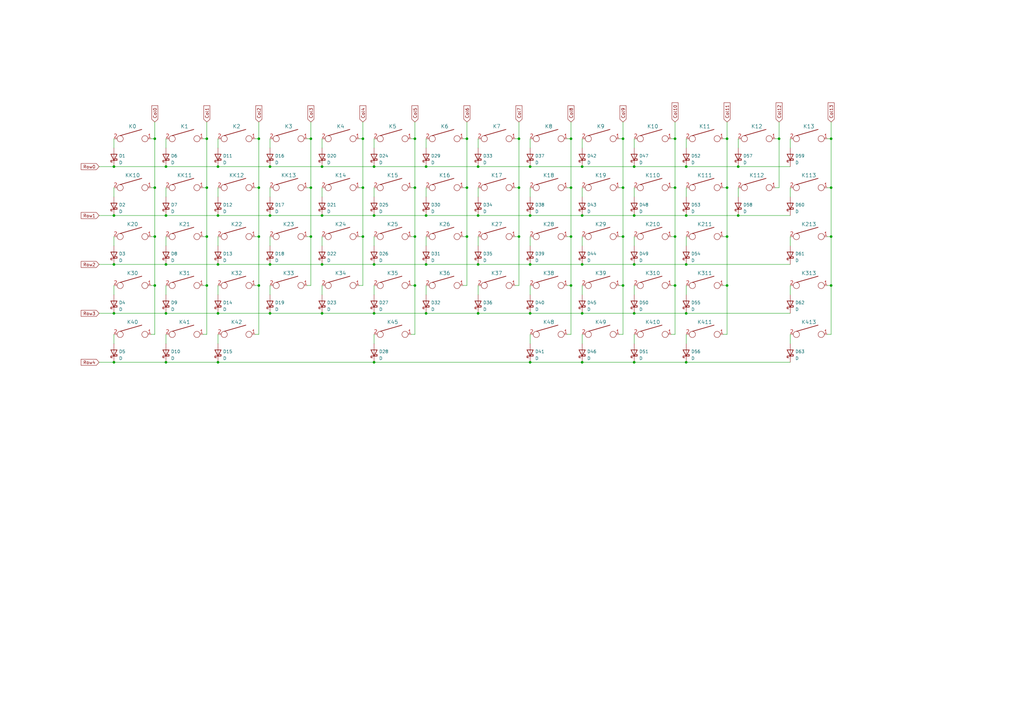
<source format=kicad_sch>
(kicad_sch (version 20211123) (generator eeschema)
  (paper "A3")
  (lib_symbols
    (symbol "Device:D_Schottky" (pin_numbers hide) (pin_names (offset 1.016) hide)
      (property "Reference" "D" (at 0 2.54 0))
      (property "Value" "D_Schottky" (at 0 -2.54 0))
      (symbol "D_Schottky_0_1"
        (polyline (pts (xy 1.27 0) (xy -1.27 0)))
        (polyline (pts (xy 1.27 1.27) (xy 1.27 -1.27) (xy -1.27 0) (xy 1.27 1.27)) (stroke (width 0.254)))
        (polyline (pts (xy -1.905 0.635) (xy -1.905 1.27) (xy -1.27 1.27) (xy -1.27 -1.27) (xy -0.635 -1.27) (xy -0.635 -0.635)) (stroke (width 0.254)))
      )
      (symbol "D_Schottky_1_1"
        (pin passive line (at -3.81 0 0) (length 2.54) (name "K") (number "1"))
        (pin passive line (at 3.81 0 180) (length 2.54) (name "A") (number "2"))
      )
    )
    (symbol "keyboard_parts:KEYSW" (pin_names (offset 1.016))
      (property "Reference" "K?" (at -1.27 0 0))
      (symbol "KEYSW_0_1"
        (circle (center -5.08 0) (radius 1.27))
        (polyline (pts (xy -5.08 1.27) (xy 3.81 3.81)) (stroke (width 0.254)))
        (circle (center 5.08 0) (radius 1.27))
      )
      (symbol "KEYSW_1_1"
        (pin passive line (at 7.62 0 180) (length 1.27) (name "~") (number "1"))
        (pin passive line (at -7.62 0 0) (length 1.27) (name "~") (number "2"))
      )
    )
  )
  (junction (at 255.524 117.094))
  (junction (at 255.524 56.896))
  (junction (at 302.768 68.326))
  (junction (at 106.172 56.896))
  (junction (at 63.5 56.896))
  (junction (at 89.408 108.458))
  (junction (at 46.736 108.458))
  (junction (at 281.432 148.59))
  (junction (at 234.188 97.028))
  (junction (at 89.408 128.524))
  (junction (at 84.836 76.962))
  (junction (at 298.196 56.896))
  (junction (at 46.736 128.524))
  (junction (at 84.836 97.028))
  (junction (at 281.432 108.458))
  (junction (at 298.196 76.962))
  (junction (at 234.188 76.962))
  (junction (at 153.416 128.524))
  (junction (at 174.752 128.524))
  (junction (at 276.86 76.962))
  (junction (at 68.072 148.59))
  (junction (at 217.424 68.326))
  (junction (at 217.424 108.458))
  (junction (at 89.408 68.326))
  (junction (at 153.416 148.59))
  (junction (at 281.432 88.392))
  (junction (at 132.08 88.392))
  (junction (at 298.196 97.028))
  (junction (at 153.416 68.326))
  (junction (at 174.752 108.458))
  (junction (at 238.76 108.458))
  (junction (at 153.416 108.458))
  (junction (at 276.86 117.094))
  (junction (at 191.516 56.896))
  (junction (at 234.188 56.896))
  (junction (at 89.408 88.392))
  (junction (at 46.736 88.392))
  (junction (at 212.852 76.962))
  (junction (at 110.744 88.392))
  (junction (at 217.424 128.524))
  (junction (at 196.088 88.392))
  (junction (at 260.096 88.392))
  (junction (at 319.532 56.896))
  (junction (at 196.088 68.326))
  (junction (at 68.072 88.392))
  (junction (at 84.836 117.094))
  (junction (at 174.752 68.326))
  (junction (at 148.844 97.028))
  (junction (at 276.86 56.896))
  (junction (at 106.172 76.962))
  (junction (at 84.836 56.896))
  (junction (at 255.524 97.028))
  (junction (at 132.08 108.458))
  (junction (at 89.408 148.59))
  (junction (at 212.852 97.028))
  (junction (at 170.18 117.094))
  (junction (at 238.76 88.392))
  (junction (at 132.08 68.326))
  (junction (at 170.18 97.028))
  (junction (at 238.76 128.524))
  (junction (at 68.072 108.458))
  (junction (at 110.744 108.458))
  (junction (at 260.096 148.59))
  (junction (at 255.524 76.962))
  (junction (at 148.844 56.896))
  (junction (at 340.868 97.028))
  (junction (at 281.432 68.326))
  (junction (at 260.096 128.524))
  (junction (at 340.868 117.094))
  (junction (at 340.868 76.962))
  (junction (at 46.736 148.59))
  (junction (at 63.5 97.028))
  (junction (at 260.096 108.458))
  (junction (at 63.5 117.094))
  (junction (at 153.416 88.392))
  (junction (at 217.424 148.59))
  (junction (at 68.072 128.524))
  (junction (at 281.432 128.524))
  (junction (at 302.768 88.392))
  (junction (at 234.188 117.094))
  (junction (at 68.072 68.326))
  (junction (at 170.18 76.962))
  (junction (at 212.852 56.896))
  (junction (at 196.088 128.524))
  (junction (at 191.516 97.028))
  (junction (at 260.096 68.326))
  (junction (at 46.736 68.326))
  (junction (at 191.516 76.962))
  (junction (at 238.76 148.59))
  (junction (at 217.424 88.392))
  (junction (at 276.86 97.028))
  (junction (at 127.508 56.896))
  (junction (at 106.172 117.094))
  (junction (at 127.508 76.962))
  (junction (at 196.088 108.458))
  (junction (at 170.18 56.896))
  (junction (at 63.5 76.962))
  (junction (at 110.744 68.326))
  (junction (at 110.744 128.524))
  (junction (at 238.76 68.326))
  (junction (at 106.172 97.028))
  (junction (at 340.868 56.896))
  (junction (at 174.752 88.392))
  (junction (at 127.508 97.028))
  (junction (at 148.844 76.962))
  (junction (at 132.08 128.524))
  (junction (at 298.196 117.094))
  (wire (pts (xy 153.416 97.028) (xy 153.416 100.838)))
  (wire (pts (xy 61.976 117.094) (xy 63.5 117.094)))
  (wire (pts (xy 339.344 137.16) (xy 340.868 137.16)))
  (wire (pts (xy 61.976 97.028) (xy 63.5 97.028)))
  (wire (pts (xy 106.172 117.094) (xy 106.172 137.16)))
  (wire (pts (xy 217.424 97.028) (xy 217.424 100.838)))
  (wire (pts (xy 110.744 68.326) (xy 132.08 68.326)))
  (wire (pts (xy 68.072 76.962) (xy 68.072 80.772)))
  (wire (pts (xy 217.424 76.962) (xy 217.424 80.772)))
  (wire (pts (xy 40.64 148.59) (xy 46.736 148.59)))
  (wire (pts (xy 260.096 128.524) (xy 281.432 128.524)))
  (wire (pts (xy 217.424 137.16) (xy 217.424 140.97)))
  (wire (pts (xy 89.408 137.16) (xy 89.408 140.97)))
  (wire (pts (xy 104.648 97.028) (xy 106.172 97.028)))
  (wire (pts (xy 174.752 97.028) (xy 174.752 100.838)))
  (wire (pts (xy 68.072 97.028) (xy 68.072 100.838)))
  (wire (pts (xy 106.172 97.028) (xy 106.172 117.094)))
  (wire (pts (xy 110.744 108.458) (xy 132.08 108.458)))
  (wire (pts (xy 153.416 108.458) (xy 174.752 108.458)))
  (wire (pts (xy 196.088 88.392) (xy 217.424 88.392)))
  (wire (pts (xy 170.18 56.896) (xy 170.18 76.962)))
  (wire (pts (xy 132.08 88.392) (xy 153.416 88.392)))
  (wire (pts (xy 127.508 97.028) (xy 127.508 117.094)))
  (wire (pts (xy 174.752 117.094) (xy 174.752 120.904)))
  (wire (pts (xy 340.868 50.038) (xy 340.868 56.896)))
  (wire (pts (xy 281.432 76.962) (xy 281.432 80.772)))
  (wire (pts (xy 260.096 137.16) (xy 260.096 140.97)))
  (wire (pts (xy 46.736 76.962) (xy 46.736 80.772)))
  (wire (pts (xy 296.672 56.896) (xy 298.196 56.896)))
  (wire (pts (xy 174.752 76.962) (xy 174.752 80.772)))
  (wire (pts (xy 89.408 148.59) (xy 153.416 148.59)))
  (wire (pts (xy 260.096 97.028) (xy 260.096 100.838)))
  (wire (pts (xy 110.744 128.524) (xy 132.08 128.524)))
  (wire (pts (xy 211.328 76.962) (xy 212.852 76.962)))
  (wire (pts (xy 132.08 56.896) (xy 132.08 60.706)))
  (wire (pts (xy 168.656 97.028) (xy 170.18 97.028)))
  (wire (pts (xy 196.088 56.896) (xy 196.088 60.706)))
  (wire (pts (xy 238.76 56.896) (xy 238.76 60.706)))
  (wire (pts (xy 104.648 56.896) (xy 106.172 56.896)))
  (wire (pts (xy 276.86 56.896) (xy 276.86 76.962)))
  (wire (pts (xy 46.736 108.458) (xy 68.072 108.458)))
  (wire (pts (xy 127.508 56.896) (xy 127.508 76.962)))
  (wire (pts (xy 238.76 117.094) (xy 238.76 120.904)))
  (wire (pts (xy 148.844 97.028) (xy 148.844 117.094)))
  (wire (pts (xy 153.416 56.896) (xy 153.416 60.706)))
  (wire (pts (xy 68.072 56.896) (xy 68.072 60.706)))
  (wire (pts (xy 148.844 56.896) (xy 148.844 76.962)))
  (wire (pts (xy 196.088 97.028) (xy 196.088 100.838)))
  (wire (pts (xy 189.992 97.028) (xy 191.516 97.028)))
  (wire (pts (xy 238.76 128.524) (xy 260.096 128.524)))
  (wire (pts (xy 238.76 97.028) (xy 238.76 100.838)))
  (wire (pts (xy 260.096 88.392) (xy 281.432 88.392)))
  (wire (pts (xy 298.196 117.094) (xy 298.196 137.16)))
  (wire (pts (xy 296.672 76.962) (xy 298.196 76.962)))
  (wire (pts (xy 174.752 68.326) (xy 196.088 68.326)))
  (wire (pts (xy 132.08 68.326) (xy 153.416 68.326)))
  (wire (pts (xy 104.648 137.16) (xy 106.172 137.16)))
  (wire (pts (xy 254 97.028) (xy 255.524 97.028)))
  (wire (pts (xy 196.088 68.326) (xy 217.424 68.326)))
  (wire (pts (xy 83.312 97.028) (xy 84.836 97.028)))
  (wire (pts (xy 196.088 108.458) (xy 217.424 108.458)))
  (wire (pts (xy 238.76 76.962) (xy 238.76 80.772)))
  (wire (pts (xy 196.088 76.962) (xy 196.088 80.772)))
  (wire (pts (xy 191.516 76.962) (xy 191.516 97.028)))
  (wire (pts (xy 234.188 97.028) (xy 234.188 117.094)))
  (wire (pts (xy 63.5 76.962) (xy 63.5 97.028)))
  (wire (pts (xy 318.008 76.962) (xy 319.532 76.962)))
  (wire (pts (xy 147.32 117.094) (xy 148.844 117.094)))
  (wire (pts (xy 196.088 128.524) (xy 217.424 128.524)))
  (wire (pts (xy 238.76 68.326) (xy 260.096 68.326)))
  (wire (pts (xy 46.736 148.59) (xy 68.072 148.59)))
  (wire (pts (xy 127.508 76.962) (xy 127.508 97.028)))
  (wire (pts (xy 68.072 148.59) (xy 89.408 148.59)))
  (wire (pts (xy 84.836 76.962) (xy 84.836 97.028)))
  (wire (pts (xy 319.532 56.896) (xy 319.532 76.962)))
  (wire (pts (xy 254 56.896) (xy 255.524 56.896)))
  (wire (pts (xy 174.752 88.392) (xy 196.088 88.392)))
  (wire (pts (xy 125.984 76.962) (xy 127.508 76.962)))
  (wire (pts (xy 296.672 117.094) (xy 298.196 117.094)))
  (wire (pts (xy 298.196 76.962) (xy 298.196 97.028)))
  (wire (pts (xy 68.072 117.094) (xy 68.072 120.904)))
  (wire (pts (xy 238.76 137.16) (xy 238.76 140.97)))
  (wire (pts (xy 174.752 56.896) (xy 174.752 60.706)))
  (wire (pts (xy 302.768 56.896) (xy 302.768 60.706)))
  (wire (pts (xy 260.096 148.59) (xy 281.432 148.59)))
  (wire (pts (xy 217.424 148.59) (xy 238.76 148.59)))
  (wire (pts (xy 260.096 56.896) (xy 260.096 60.706)))
  (wire (pts (xy 211.328 56.896) (xy 212.852 56.896)))
  (wire (pts (xy 212.852 56.896) (xy 212.852 76.962)))
  (wire (pts (xy 106.172 76.962) (xy 106.172 97.028)))
  (wire (pts (xy 281.432 117.094) (xy 281.432 120.904)))
  (wire (pts (xy 324.104 56.896) (xy 324.104 60.706)))
  (wire (pts (xy 276.86 97.028) (xy 276.86 117.094)))
  (wire (pts (xy 232.664 56.896) (xy 234.188 56.896)))
  (wire (pts (xy 340.868 56.896) (xy 340.868 76.962)))
  (wire (pts (xy 339.344 97.028) (xy 340.868 97.028)))
  (wire (pts (xy 46.736 137.16) (xy 46.736 140.97)))
  (wire (pts (xy 281.432 128.524) (xy 324.104 128.524)))
  (wire (pts (xy 254 137.16) (xy 255.524 137.16)))
  (wire (pts (xy 61.976 137.16) (xy 63.5 137.16)))
  (wire (pts (xy 168.656 117.094) (xy 170.18 117.094)))
  (wire (pts (xy 110.744 88.392) (xy 132.08 88.392)))
  (wire (pts (xy 83.312 117.094) (xy 84.836 117.094)))
  (wire (pts (xy 189.992 117.094) (xy 191.516 117.094)))
  (wire (pts (xy 275.336 76.962) (xy 276.86 76.962)))
  (wire (pts (xy 153.416 148.59) (xy 217.424 148.59)))
  (wire (pts (xy 84.836 50.038) (xy 84.836 56.896)))
  (wire (pts (xy 281.432 68.326) (xy 302.768 68.326)))
  (wire (pts (xy 104.648 76.962) (xy 106.172 76.962)))
  (wire (pts (xy 147.32 56.896) (xy 148.844 56.896)))
  (wire (pts (xy 212.852 76.962) (xy 212.852 97.028)))
  (wire (pts (xy 212.852 50.038) (xy 212.852 56.896)))
  (wire (pts (xy 324.104 97.028) (xy 324.104 100.838)))
  (wire (pts (xy 281.432 56.896) (xy 281.432 60.706)))
  (wire (pts (xy 110.744 76.962) (xy 110.744 80.772)))
  (wire (pts (xy 191.516 56.896) (xy 191.516 76.962)))
  (wire (pts (xy 255.524 56.896) (xy 255.524 76.962)))
  (wire (pts (xy 89.408 56.896) (xy 89.408 60.706)))
  (wire (pts (xy 232.664 117.094) (xy 234.188 117.094)))
  (wire (pts (xy 63.5 117.094) (xy 63.5 137.16)))
  (wire (pts (xy 340.868 117.094) (xy 340.868 137.16)))
  (wire (pts (xy 324.104 117.094) (xy 324.104 120.904)))
  (wire (pts (xy 217.424 56.896) (xy 217.424 60.706)))
  (wire (pts (xy 147.32 76.962) (xy 148.844 76.962)))
  (wire (pts (xy 127.508 50.038) (xy 127.508 56.896)))
  (wire (pts (xy 281.432 137.16) (xy 281.432 140.97)))
  (wire (pts (xy 110.744 117.094) (xy 110.744 120.904)))
  (wire (pts (xy 63.5 56.896) (xy 63.5 76.962)))
  (wire (pts (xy 298.196 50.038) (xy 298.196 56.896)))
  (wire (pts (xy 211.328 117.094) (xy 212.852 117.094)))
  (wire (pts (xy 324.104 76.962) (xy 324.104 80.772)))
  (wire (pts (xy 217.424 108.458) (xy 238.76 108.458)))
  (wire (pts (xy 232.664 137.16) (xy 234.188 137.16)))
  (wire (pts (xy 232.664 76.962) (xy 234.188 76.962)))
  (wire (pts (xy 281.432 148.59) (xy 324.104 148.59)))
  (wire (pts (xy 296.672 137.16) (xy 298.196 137.16)))
  (wire (pts (xy 125.984 56.896) (xy 127.508 56.896)))
  (wire (pts (xy 153.416 128.524) (xy 174.752 128.524)))
  (wire (pts (xy 89.408 97.028) (xy 89.408 100.838)))
  (wire (pts (xy 84.836 117.094) (xy 84.836 137.16)))
  (wire (pts (xy 296.672 97.028) (xy 298.196 97.028)))
  (wire (pts (xy 153.416 88.392) (xy 174.752 88.392)))
  (wire (pts (xy 232.664 97.028) (xy 234.188 97.028)))
  (wire (pts (xy 68.072 68.326) (xy 89.408 68.326)))
  (wire (pts (xy 339.344 117.094) (xy 340.868 117.094)))
  (wire (pts (xy 110.744 56.896) (xy 110.744 60.706)))
  (wire (pts (xy 170.18 76.962) (xy 170.18 97.028)))
  (wire (pts (xy 110.744 97.028) (xy 110.744 100.838)))
  (wire (pts (xy 234.188 50.038) (xy 234.188 56.896)))
  (wire (pts (xy 298.196 97.028) (xy 298.196 117.094)))
  (wire (pts (xy 46.736 97.028) (xy 46.736 100.838)))
  (wire (pts (xy 168.656 76.962) (xy 170.18 76.962)))
  (wire (pts (xy 170.18 97.028) (xy 170.18 117.094)))
  (wire (pts (xy 174.752 108.458) (xy 196.088 108.458)))
  (wire (pts (xy 40.64 88.392) (xy 46.736 88.392)))
  (wire (pts (xy 132.08 108.458) (xy 153.416 108.458)))
  (wire (pts (xy 281.432 108.458) (xy 324.104 108.458)))
  (wire (pts (xy 275.336 117.094) (xy 276.86 117.094)))
  (wire (pts (xy 217.424 68.326) (xy 238.76 68.326)))
  (wire (pts (xy 40.64 128.524) (xy 46.736 128.524)))
  (wire (pts (xy 234.188 117.094) (xy 234.188 137.16)))
  (wire (pts (xy 125.984 117.094) (xy 127.508 117.094)))
  (wire (pts (xy 302.768 68.326) (xy 324.104 68.326)))
  (wire (pts (xy 61.976 56.896) (xy 63.5 56.896)))
  (wire (pts (xy 217.424 88.392) (xy 238.76 88.392)))
  (wire (pts (xy 260.096 108.458) (xy 281.432 108.458)))
  (wire (pts (xy 217.424 128.524) (xy 238.76 128.524)))
  (wire (pts (xy 89.408 68.326) (xy 110.744 68.326)))
  (wire (pts (xy 153.416 76.962) (xy 153.416 80.772)))
  (wire (pts (xy 238.76 148.59) (xy 260.096 148.59)))
  (wire (pts (xy 61.976 76.962) (xy 63.5 76.962)))
  (wire (pts (xy 46.736 68.326) (xy 68.072 68.326)))
  (wire (pts (xy 106.172 56.896) (xy 106.172 76.962)))
  (wire (pts (xy 170.18 117.094) (xy 170.18 137.16)))
  (wire (pts (xy 132.08 97.028) (xy 132.08 100.838)))
  (wire (pts (xy 189.992 76.962) (xy 191.516 76.962)))
  (wire (pts (xy 153.416 117.094) (xy 153.416 120.904)))
  (wire (pts (xy 234.188 56.896) (xy 234.188 76.962)))
  (wire (pts (xy 234.188 76.962) (xy 234.188 97.028)))
  (wire (pts (xy 260.096 76.962) (xy 260.096 80.772)))
  (wire (pts (xy 84.836 56.896) (xy 84.836 76.962)))
  (wire (pts (xy 40.64 108.458) (xy 46.736 108.458)))
  (wire (pts (xy 89.408 117.094) (xy 89.408 120.904)))
  (wire (pts (xy 319.532 50.038) (xy 319.532 56.896)))
  (wire (pts (xy 339.344 76.962) (xy 340.868 76.962)))
  (wire (pts (xy 196.088 117.094) (xy 196.088 120.904)))
  (wire (pts (xy 83.312 137.16) (xy 84.836 137.16)))
  (wire (pts (xy 89.408 88.392) (xy 110.744 88.392)))
  (wire (pts (xy 68.072 88.392) (xy 89.408 88.392)))
  (wire (pts (xy 168.656 56.896) (xy 170.18 56.896)))
  (wire (pts (xy 212.852 97.028) (xy 212.852 117.094)))
  (wire (pts (xy 63.5 97.028) (xy 63.5 117.094)))
  (wire (pts (xy 191.516 50.038) (xy 191.516 56.896)))
  (wire (pts (xy 168.656 137.16) (xy 170.18 137.16)))
  (wire (pts (xy 238.76 88.392) (xy 260.096 88.392)))
  (wire (pts (xy 46.736 88.392) (xy 68.072 88.392)))
  (wire (pts (xy 89.408 128.524) (xy 110.744 128.524)))
  (wire (pts (xy 255.524 50.038) (xy 255.524 56.896)))
  (wire (pts (xy 68.072 137.16) (xy 68.072 140.97)))
  (wire (pts (xy 275.336 97.028) (xy 276.86 97.028)))
  (wire (pts (xy 340.868 76.962) (xy 340.868 97.028)))
  (wire (pts (xy 275.336 56.896) (xy 276.86 56.896)))
  (wire (pts (xy 276.86 76.962) (xy 276.86 97.028)))
  (wire (pts (xy 281.432 97.028) (xy 281.432 100.838)))
  (wire (pts (xy 84.836 97.028) (xy 84.836 117.094)))
  (wire (pts (xy 260.096 117.094) (xy 260.096 120.904)))
  (wire (pts (xy 255.524 76.962) (xy 255.524 97.028)))
  (wire (pts (xy 148.844 76.962) (xy 148.844 97.028)))
  (wire (pts (xy 104.648 117.094) (xy 106.172 117.094)))
  (wire (pts (xy 275.336 137.16) (xy 276.86 137.16)))
  (wire (pts (xy 191.516 97.028) (xy 191.516 117.094)))
  (wire (pts (xy 255.524 97.028) (xy 255.524 117.094)))
  (wire (pts (xy 217.424 117.094) (xy 217.424 120.904)))
  (wire (pts (xy 132.08 76.962) (xy 132.08 80.772)))
  (wire (pts (xy 106.172 50.038) (xy 106.172 56.896)))
  (wire (pts (xy 68.072 108.458) (xy 89.408 108.458)))
  (wire (pts (xy 148.844 50.038) (xy 148.844 56.896)))
  (wire (pts (xy 89.408 108.458) (xy 110.744 108.458)))
  (wire (pts (xy 254 76.962) (xy 255.524 76.962)))
  (wire (pts (xy 153.416 137.16) (xy 153.416 140.97)))
  (wire (pts (xy 324.104 137.16) (xy 324.104 140.97)))
  (wire (pts (xy 318.008 56.896) (xy 319.532 56.896)))
  (wire (pts (xy 83.312 76.962) (xy 84.836 76.962)))
  (wire (pts (xy 174.752 128.524) (xy 196.088 128.524)))
  (wire (pts (xy 46.736 56.896) (xy 46.736 60.706)))
  (wire (pts (xy 170.18 50.038) (xy 170.18 56.896)))
  (wire (pts (xy 298.196 56.896) (xy 298.196 76.962)))
  (wire (pts (xy 281.432 88.392) (xy 302.768 88.392)))
  (wire (pts (xy 260.096 68.326) (xy 281.432 68.326)))
  (wire (pts (xy 153.416 68.326) (xy 174.752 68.326)))
  (wire (pts (xy 255.524 117.094) (xy 255.524 137.16)))
  (wire (pts (xy 276.86 50.038) (xy 276.86 56.896)))
  (wire (pts (xy 83.312 56.896) (xy 84.836 56.896)))
  (wire (pts (xy 189.992 56.896) (xy 191.516 56.896)))
  (wire (pts (xy 125.984 97.028) (xy 127.508 97.028)))
  (wire (pts (xy 132.08 117.094) (xy 132.08 120.904)))
  (wire (pts (xy 302.768 88.392) (xy 324.104 88.392)))
  (wire (pts (xy 211.328 97.028) (xy 212.852 97.028)))
  (wire (pts (xy 254 117.094) (xy 255.524 117.094)))
  (wire (pts (xy 63.5 50.038) (xy 63.5 56.896)))
  (wire (pts (xy 276.86 117.094) (xy 276.86 137.16)))
  (wire (pts (xy 89.408 76.962) (xy 89.408 80.772)))
  (wire (pts (xy 302.768 76.962) (xy 302.768 80.772)))
  (wire (pts (xy 40.64 68.326) (xy 46.736 68.326)))
  (wire (pts (xy 339.344 56.896) (xy 340.868 56.896)))
  (wire (pts (xy 46.736 128.524) (xy 68.072 128.524)))
  (wire (pts (xy 132.08 128.524) (xy 153.416 128.524)))
  (wire (pts (xy 238.76 108.458) (xy 260.096 108.458)))
  (wire (pts (xy 147.32 97.028) (xy 148.844 97.028)))
  (wire (pts (xy 340.868 97.028) (xy 340.868 117.094)))
  (wire (pts (xy 46.736 117.094) (xy 46.736 120.904)))
  (wire (pts (xy 68.072 128.524) (xy 89.408 128.524)))
  (global_label "Col9" (shape input) (at 255.524 50.038 90) (property "Intersheet References" "${INTERSHEET_REFS}" (effects hide)))
  (global_label "Col7" (shape input) (at 212.852 50.038 90) (property "Intersheet References" "${INTERSHEET_REFS}" (effects hide)))
  (global_label "Row2" (shape input) (at 40.64 108.458 180) (property "Intersheet References" "${INTERSHEET_REFS}" (effects hide)))
  (global_label "Col13" (shape input) (at 340.868 50.038 90) (property "Intersheet References" "${INTERSHEET_REFS}" (effects hide)))
  (global_label "Col12" (shape input) (at 319.532 50.038 90) (property "Intersheet References" "${INTERSHEET_REFS}" (effects hide)))
  (global_label "Row0" (shape input) (at 40.64 68.326 180) (property "Intersheet References" "${INTERSHEET_REFS}" (effects hide)))
  (global_label "Row4" (shape input) (at 40.64 148.59 180) (property "Intersheet References" "${INTERSHEET_REFS}" (effects hide)))
  (global_label "Col3" (shape input) (at 127.508 50.038 90) (property "Intersheet References" "${INTERSHEET_REFS}" (effects hide)))
  (global_label "Col2" (shape input) (at 106.172 50.038 90) (property "Intersheet References" "${INTERSHEET_REFS}" (effects hide)))
  (global_label "Col10" (shape input) (at 276.86 50.038 90) (property "Intersheet References" "${INTERSHEET_REFS}" (effects hide)))
  (global_label "Col11" (shape input) (at 298.196 50.038 90) (property "Intersheet References" "${INTERSHEET_REFS}" (effects hide)))
  (global_label "Col5" (shape input) (at 170.18 50.038 90) (property "Intersheet References" "${INTERSHEET_REFS}" (effects hide)))
  (global_label "Row1" (shape input) (at 40.64 88.392 180) (property "Intersheet References" "${INTERSHEET_REFS}" (effects hide)))
  (global_label "Col0" (shape input) (at 63.5 50.038 90) (property "Intersheet References" "${INTERSHEET_REFS}" (effects hide)))
  (global_label "Col1" (shape input) (at 84.836 50.038 90) (property "Intersheet References" "${INTERSHEET_REFS}" (effects hide)))
  (global_label "Row3" (shape input) (at 40.64 128.524 180) (property "Intersheet References" "${INTERSHEET_REFS}" (effects hide)))
  (global_label "Col8" (shape input) (at 234.188 50.038 90) (property "Intersheet References" "${INTERSHEET_REFS}" (effects hide)))
  (global_label "Col6" (shape input) (at 191.516 50.038 90) (property "Intersheet References" "${INTERSHEET_REFS}" (effects hide)))
  (global_label "Col4" (shape input) (at 148.844 50.038 90) (property "Intersheet References" "${INTERSHEET_REFS}" (effects hide)))
  (symbol (lib_id "keyboard_parts:KEYSW") (at 118.364 117.094 0) (unit 1)
    (property "Reference" "K33" (at 118.364 112.0321 0) (effects (font (size 1.524 1.524))))
    (property "Value" "KEYSW" (effects hide))
    (property "Footprint" "MX_Only:MXOnly-1U-Hotswap" (effects hide))
  )
  (symbol (lib_id "keyboard_parts:KEYSW") (at 331.724 137.16 0) (unit 1)
    (property "Reference" "K413" (at 331.724 132.0981 0) (effects (font (size 1.524 1.524))))
    (property "Value" "KEYSW" (effects hide))
    (property "Footprint" "MX_Only:MXOnly-1U-Hotswap" (effects hide))
  )
  (symbol (lib_id "Device:D_Schottky") (at 281.432 84.582 90) (unit 1)
    (property "Reference" "D53" (at 283.464 83.991 90) (effects (justify right)))
    (property "Value" "D" (at 283.464 86.7661 90) (effects (justify right)))
    (property "Footprint" "Diode_THT:D_DO-35_SOD27_P7.62mm_Horizontal" (effects hide))
  )
  (symbol (lib_id "keyboard_parts:KEYSW") (at 75.692 117.094 0) (unit 1)
    (property "Reference" "K31" (at 75.692 112.0321 0) (effects (font (size 1.524 1.524))))
    (property "Value" "KEYSW" (effects hide))
    (property "Footprint" "MX_Only:MXOnly-1U-Hotswap" (effects hide))
  )
  (symbol (lib_id "keyboard_parts:KEYSW") (at 54.356 76.962 0) (unit 1)
    (property "Reference" "KK10" (at 54.356 71.9001 0) (effects (font (size 1.524 1.524))))
    (property "Value" "KEYSW" (effects hide))
    (property "Footprint" "MX_Only:MXOnly-1.5U-Hotswap" (effects hide))
  )
  (symbol (lib_id "Device:D_Schottky") (at 174.752 64.516 90) (unit 1)
    (property "Reference" "D29" (at 176.784 63.925 90) (effects (justify right)))
    (property "Value" "D" (at 176.784 66.7001 90) (effects (justify right)))
    (property "Footprint" "Diode_THT:D_DO-35_SOD27_P7.62mm_Horizontal" (effects hide))
  )
  (symbol (lib_id "Device:D_Schottky") (at 132.08 104.648 90) (unit 1)
    (property "Reference" "D22" (at 134.112 104.057 90) (effects (justify right)))
    (property "Value" "D" (at 134.112 106.8321 90) (effects (justify right)))
    (property "Footprint" "Diode_THT:D_DO-35_SOD27_P7.62mm_Horizontal" (effects hide))
  )
  (symbol (lib_id "keyboard_parts:KEYSW") (at 139.7 117.094 0) (unit 1)
    (property "Reference" "K34" (at 139.7 112.0321 0) (effects (font (size 1.524 1.524))))
    (property "Value" "KEYSW" (effects hide))
    (property "Footprint" "MX_Only:MXOnly-1U-Hotswap" (effects hide))
  )
  (symbol (lib_id "Device:D_Schottky") (at 281.432 104.648 90) (unit 1)
    (property "Reference" "D54" (at 283.464 104.057 90) (effects (justify right)))
    (property "Value" "D" (at 283.464 106.8321 90) (effects (justify right)))
    (property "Footprint" "Diode_THT:D_DO-35_SOD27_P7.62mm_Horizontal" (effects hide))
  )
  (symbol (lib_id "keyboard_parts:KEYSW") (at 310.388 76.962 0) (unit 1)
    (property "Reference" "K112" (at 310.388 71.9001 0) (effects (font (size 1.524 1.524))))
    (property "Value" "KEYSW" (effects hide))
    (property "Footprint" "MX_Only:MXOnly-1U-Hotswap" (effects hide))
  )
  (symbol (lib_id "Device:D_Schottky") (at 46.736 144.78 90) (unit 1)
    (property "Reference" "D5" (at 48.768 144.189 90) (effects (justify right)))
    (property "Value" "D" (at 48.768 146.9641 90) (effects (justify right)))
    (property "Footprint" "Diode_THT:D_DO-35_SOD27_P7.62mm_Horizontal" (effects hide))
  )
  (symbol (lib_id "keyboard_parts:KEYSW") (at 97.028 76.962 0) (unit 1)
    (property "Reference" "KK12" (at 97.028 71.9001 0) (effects (font (size 1.524 1.524))))
    (property "Value" "KEYSW" (effects hide))
    (property "Footprint" "MX_Only:MXOnly-1U-Hotswap" (effects hide))
  )
  (symbol (lib_id "Device:D_Schottky") (at 68.072 84.582 90) (unit 1)
    (property "Reference" "D7" (at 70.104 83.991 90) (effects (justify right)))
    (property "Value" "D" (at 70.104 86.7661 90) (effects (justify right)))
    (property "Footprint" "Diode_THT:D_DO-35_SOD27_P7.62mm_Horizontal" (effects hide))
  )
  (symbol (lib_id "keyboard_parts:KEYSW") (at 289.052 56.896 0) (unit 1)
    (property "Reference" "K11" (at 289.052 51.8341 0) (effects (font (size 1.524 1.524))))
    (property "Value" "KEYSW" (effects hide))
    (property "Footprint" "MX_Only:MXOnly-1U-Hotswap" (effects hide))
  )
  (symbol (lib_id "keyboard_parts:KEYSW") (at 225.044 137.16 0) (unit 1)
    (property "Reference" "K48" (at 225.044 132.0981 0) (effects (font (size 1.524 1.524))))
    (property "Value" "KEYSW" (effects hide))
    (property "Footprint" "MX_Only:MXOnly-1U-Hotswap" (effects hide))
  )
  (symbol (lib_id "keyboard_parts:KEYSW") (at 75.692 76.962 0) (unit 1)
    (property "Reference" "KK11" (at 75.692 71.9001 0) (effects (font (size 1.524 1.524))))
    (property "Value" "KEYSW" (effects hide))
    (property "Footprint" "MX_Only:MXOnly-1U-Hotswap" (effects hide))
  )
  (symbol (lib_id "keyboard_parts:KEYSW") (at 54.356 117.094 0) (unit 1)
    (property "Reference" "K30" (at 54.356 112.0321 0) (effects (font (size 1.524 1.524))))
    (property "Value" "KEYSW" (effects hide))
    (property "Footprint" "MX_Only:MXOnly-2.25U-Hotswap" (effects hide))
  )
  (symbol (lib_id "Device:D_Schottky") (at 217.424 144.78 90) (unit 1)
    (property "Reference" "D41" (at 219.456 144.189 90) (effects (justify right)))
    (property "Value" "D" (at 219.456 146.9641 90) (effects (justify right)))
    (property "Footprint" "Diode_THT:D_DO-35_SOD27_P7.62mm_Horizontal" (effects hide))
  )
  (symbol (lib_id "keyboard_parts:KEYSW") (at 97.028 117.094 0) (unit 1)
    (property "Reference" "K32" (at 97.028 112.0321 0) (effects (font (size 1.524 1.524))))
    (property "Value" "KEYSW" (effects hide))
    (property "Footprint" "MX_Only:MXOnly-1U-Hotswap" (effects hide))
  )
  (symbol (lib_id "keyboard_parts:KEYSW") (at 203.708 56.896 0) (unit 1)
    (property "Reference" "K7" (at 203.708 51.8341 0) (effects (font (size 1.524 1.524))))
    (property "Value" "KEYSW" (effects hide))
    (property "Footprint" "MX_Only:MXOnly-1U-Hotswap" (effects hide))
  )
  (symbol (lib_id "keyboard_parts:KEYSW") (at 182.372 76.962 0) (unit 1)
    (property "Reference" "K16" (at 182.372 71.9001 0) (effects (font (size 1.524 1.524))))
    (property "Value" "KEYSW" (effects hide))
    (property "Footprint" "MX_Only:MXOnly-1U-Hotswap" (effects hide))
  )
  (symbol (lib_id "Device:D_Schottky") (at 260.096 104.648 90) (unit 1)
    (property "Reference" "D49" (at 262.128 104.057 90) (effects (justify right)))
    (property "Value" "D" (at 262.128 106.8321 90) (effects (justify right)))
    (property "Footprint" "Diode_THT:D_DO-35_SOD27_P7.62mm_Horizontal" (effects hide))
  )
  (symbol (lib_id "keyboard_parts:KEYSW") (at 203.708 76.962 0) (unit 1)
    (property "Reference" "K17" (at 203.708 71.9001 0) (effects (font (size 1.524 1.524))))
    (property "Value" "KEYSW" (effects hide))
    (property "Footprint" "MX_Only:MXOnly-1U-Hotswap" (effects hide))
  )
  (symbol (lib_id "Device:D_Schottky") (at 324.104 104.648 90) (unit 1)
    (property "Reference" "D61" (at 326.136 104.057 90) (effects (justify right)))
    (property "Value" "D" (at 326.136 106.8321 90) (effects (justify right)))
    (property "Footprint" "Diode_THT:D_DO-35_SOD27_P7.62mm_Horizontal" (effects hide))
  )
  (symbol (lib_id "keyboard_parts:KEYSW") (at 289.052 137.16 0) (unit 1)
    (property "Reference" "K411" (at 289.052 132.0981 0) (effects (font (size 1.524 1.524))))
    (property "Value" "KEYSW" (effects hide))
    (property "Footprint" "MX_Only:MXOnly-1U-Hotswap" (effects hide))
  )
  (symbol (lib_id "keyboard_parts:KEYSW") (at 118.364 56.896 0) (unit 1)
    (property "Reference" "K3" (at 118.364 51.8341 0) (effects (font (size 1.524 1.524))))
    (property "Value" "KEYSW" (effects hide))
    (property "Footprint" "MX_Only:MXOnly-1U-Hotswap" (effects hide))
  )
  (symbol (lib_id "Device:D_Schottky") (at 281.432 124.714 90) (unit 1)
    (property "Reference" "D55" (at 283.464 124.123 90) (effects (justify right)))
    (property "Value" "D" (at 283.464 126.8981 90) (effects (justify right)))
    (property "Footprint" "Diode_THT:D_DO-35_SOD27_P7.62mm_Horizontal" (effects hide))
  )
  (symbol (lib_id "Device:D_Schottky") (at 324.104 64.516 90) (unit 1)
    (property "Reference" "D59" (at 326.136 63.925 90) (effects (justify right)))
    (property "Value" "D" (at 326.136 66.7001 90) (effects (justify right)))
    (property "Footprint" "Diode_THT:D_DO-35_SOD27_P7.62mm_Horizontal" (effects hide))
  )
  (symbol (lib_id "Device:D_Schottky") (at 238.76 144.78 90) (unit 1)
    (property "Reference" "D46" (at 240.792 144.189 90) (effects (justify right)))
    (property "Value" "D" (at 240.792 146.9641 90) (effects (justify right)))
    (property "Footprint" "Diode_THT:D_DO-35_SOD27_P7.62mm_Horizontal" (effects hide))
  )
  (symbol (lib_id "Device:D_Schottky") (at 238.76 64.516 90) (unit 1)
    (property "Reference" "D42" (at 240.792 63.925 90) (effects (justify right)))
    (property "Value" "D" (at 240.792 66.7001 90) (effects (justify right)))
    (property "Footprint" "Diode_THT:D_DO-35_SOD27_P7.62mm_Horizontal" (effects hide))
  )
  (symbol (lib_id "keyboard_parts:KEYSW") (at 54.356 137.16 0) (unit 1)
    (property "Reference" "K40" (at 54.356 132.0981 0) (effects (font (size 1.524 1.524))))
    (property "Value" "KEYSW" (effects hide))
    (property "Footprint" "MX_Only:MXOnly-1.25U-Hotswap" (effects hide))
  )
  (symbol (lib_id "keyboard_parts:KEYSW") (at 331.724 117.094 0) (unit 1)
    (property "Reference" "K313" (at 331.724 112.0321 0) (effects (font (size 1.524 1.524))))
    (property "Value" "KEYSW" (effects hide))
    (property "Footprint" "MX_Only:MXOnly-1U-Hotswap" (effects hide))
  )
  (symbol (lib_id "Device:D_Schottky") (at 302.768 64.516 90) (unit 1)
    (property "Reference" "D57" (at 304.8 63.925 90) (effects (justify right)))
    (property "Value" "D" (at 304.8 66.7001 90) (effects (justify right)))
    (property "Footprint" "Diode_THT:D_DO-35_SOD27_P7.62mm_Horizontal" (effects hide))
  )
  (symbol (lib_id "Device:D_Schottky") (at 132.08 124.714 90) (unit 1)
    (property "Reference" "D23" (at 134.112 124.123 90) (effects (justify right)))
    (property "Value" "D" (at 134.112 126.8981 90) (effects (justify right)))
    (property "Footprint" "Diode_THT:D_DO-35_SOD27_P7.62mm_Horizontal" (effects hide))
  )
  (symbol (lib_id "keyboard_parts:KEYSW") (at 139.7 56.896 0) (unit 1)
    (property "Reference" "K4" (at 139.7 51.8341 0) (effects (font (size 1.524 1.524))))
    (property "Value" "KEYSW" (effects hide))
    (property "Footprint" "MX_Only:MXOnly-1U-Hotswap" (effects hide))
  )
  (symbol (lib_id "keyboard_parts:KEYSW") (at 97.028 97.028 0) (unit 1)
    (property "Reference" "K22" (at 97.028 91.9661 0) (effects (font (size 1.524 1.524))))
    (property "Value" "KEYSW" (effects hide))
    (property "Footprint" "MX_Only:MXOnly-1U-Hotswap" (effects hide))
  )
  (symbol (lib_id "keyboard_parts:KEYSW") (at 331.724 97.028 0) (unit 1)
    (property "Reference" "K213" (at 331.724 91.9661 0) (effects (font (size 1.524 1.524))))
    (property "Value" "KEYSW" (effects hide))
    (property "Footprint" "MX_Only:MXOnly-2.25U-Hotswap" (effects hide))
  )
  (symbol (lib_id "keyboard_parts:KEYSW") (at 267.716 56.896 0) (unit 1)
    (property "Reference" "K10" (at 267.716 51.8341 0) (effects (font (size 1.524 1.524))))
    (property "Value" "KEYSW" (effects hide))
    (property "Footprint" "MX_Only:MXOnly-1U-Hotswap" (effects hide))
  )
  (symbol (lib_id "Device:D_Schottky") (at 132.08 84.582 90) (unit 1)
    (property "Reference" "D21" (at 134.112 83.991 90) (effects (justify right)))
    (property "Value" "D" (at 134.112 86.7661 90) (effects (justify right)))
    (property "Footprint" "Diode_THT:D_DO-35_SOD27_P7.62mm_Horizontal" (effects hide))
  )
  (symbol (lib_id "Device:D_Schottky") (at 153.416 124.714 90) (unit 1)
    (property "Reference" "D27" (at 155.448 124.123 90) (effects (justify right)))
    (property "Value" "D" (at 155.448 126.8981 90) (effects (justify right)))
    (property "Footprint" "Diode_THT:D_DO-35_SOD27_P7.62mm_Horizontal" (effects hide))
  )
  (symbol (lib_id "Device:D_Schottky") (at 110.744 124.714 90) (unit 1)
    (property "Reference" "D19" (at 112.776 124.123 90) (effects (justify right)))
    (property "Value" "D" (at 112.776 126.8981 90) (effects (justify right)))
    (property "Footprint" "Diode_THT:D_DO-35_SOD27_P7.62mm_Horizontal" (effects hide))
  )
  (symbol (lib_id "keyboard_parts:KEYSW") (at 246.38 56.896 0) (unit 1)
    (property "Reference" "K9" (at 246.38 51.8341 0) (effects (font (size 1.524 1.524))))
    (property "Value" "KEYSW" (effects hide))
    (property "Footprint" "MX_Only:MXOnly-1U-Hotswap" (effects hide))
  )
  (symbol (lib_id "Device:D_Schottky") (at 302.768 84.582 90) (unit 1)
    (property "Reference" "D58" (at 304.8 83.991 90) (effects (justify right)))
    (property "Value" "D" (at 304.8 86.7661 90) (effects (justify right)))
    (property "Footprint" "Diode_THT:D_DO-35_SOD27_P7.62mm_Horizontal" (effects hide))
  )
  (symbol (lib_id "Device:D_Schottky") (at 324.104 124.714 90) (unit 1)
    (property "Reference" "D62" (at 326.136 124.123 90) (effects (justify right)))
    (property "Value" "D" (at 326.136 126.8981 90) (effects (justify right)))
    (property "Footprint" "Diode_THT:D_DO-35_SOD27_P7.62mm_Horizontal" (effects hide))
  )
  (symbol (lib_id "keyboard_parts:KEYSW") (at 246.38 76.962 0) (unit 1)
    (property "Reference" "K19" (at 246.38 71.9001 0) (effects (font (size 1.524 1.524))))
    (property "Value" "KEYSW" (effects hide))
    (property "Footprint" "MX_Only:MXOnly-1U-Hotswap" (effects hide))
  )
  (symbol (lib_id "Device:D_Schottky") (at 196.088 64.516 90) (unit 1)
    (property "Reference" "D33" (at 198.12 63.925 90) (effects (justify right)))
    (property "Value" "D" (at 198.12 66.7001 90) (effects (justify right)))
    (property "Footprint" "Diode_THT:D_DO-35_SOD27_P7.62mm_Horizontal" (effects hide))
  )
  (symbol (lib_id "Device:D_Schottky") (at 260.096 124.714 90) (unit 1)
    (property "Reference" "D50" (at 262.128 124.123 90) (effects (justify right)))
    (property "Value" "D" (at 262.128 126.8981 90) (effects (justify right)))
    (property "Footprint" "Diode_THT:D_DO-35_SOD27_P7.62mm_Horizontal" (effects hide))
  )
  (symbol (lib_id "Device:D_Schottky") (at 46.736 64.516 90) (unit 1)
    (property "Reference" "D1" (at 48.768 63.925 90) (effects (justify right)))
    (property "Value" "D" (at 48.768 66.7001 90) (effects (justify right)))
    (property "Footprint" "Diode_THT:D_DO-35_SOD27_P7.62mm_Horizontal" (effects hide))
  )
  (symbol (lib_id "keyboard_parts:KEYSW") (at 246.38 137.16 0) (unit 1)
    (property "Reference" "K49" (at 246.38 132.0981 0) (effects (font (size 1.524 1.524))))
    (property "Value" "KEYSW" (effects hide))
    (property "Footprint" "MX_Only:MXOnly-1U-Hotswap" (effects hide))
  )
  (symbol (lib_id "keyboard_parts:KEYSW") (at 225.044 97.028 0) (unit 1)
    (property "Reference" "K28" (at 225.044 91.9661 0) (effects (font (size 1.524 1.524))))
    (property "Value" "KEYSW" (effects hide))
    (property "Footprint" "MX_Only:MXOnly-1U-Hotswap" (effects hide))
  )
  (symbol (lib_id "Device:D_Schottky") (at 217.424 84.582 90) (unit 1)
    (property "Reference" "D38" (at 219.456 83.991 90) (effects (justify right)))
    (property "Value" "D" (at 219.456 86.7661 90) (effects (justify right)))
    (property "Footprint" "Diode_THT:D_DO-35_SOD27_P7.62mm_Horizontal" (effects hide))
  )
  (symbol (lib_id "Device:D_Schottky") (at 217.424 64.516 90) (unit 1)
    (property "Reference" "D37" (at 219.456 63.925 90) (effects (justify right)))
    (property "Value" "D" (at 219.456 66.7001 90) (effects (justify right)))
    (property "Footprint" "Diode_THT:D_DO-35_SOD27_P7.62mm_Horizontal" (effects hide))
  )
  (symbol (lib_id "Device:D_Schottky") (at 174.752 124.714 90) (unit 1)
    (property "Reference" "D32" (at 176.784 124.123 90) (effects (justify right)))
    (property "Value" "D" (at 176.784 126.8981 90) (effects (justify right)))
    (property "Footprint" "Diode_THT:D_DO-35_SOD27_P7.62mm_Horizontal" (effects hide))
  )
  (symbol (lib_id "Device:D_Schottky") (at 238.76 104.648 90) (unit 1)
    (property "Reference" "D44" (at 240.792 104.057 90) (effects (justify right)))
    (property "Value" "D" (at 240.792 106.8321 90) (effects (justify right)))
    (property "Footprint" "Diode_THT:D_DO-35_SOD27_P7.62mm_Horizontal" (effects hide))
  )
  (symbol (lib_id "keyboard_parts:KEYSW") (at 267.716 76.962 0) (unit 1)
    (property "Reference" "K110" (at 267.716 71.9001 0) (effects (font (size 1.524 1.524))))
    (property "Value" "KEYSW" (effects hide))
    (property "Footprint" "MX_Only:MXOnly-1U-Hotswap" (effects hide))
  )
  (symbol (lib_id "keyboard_parts:KEYSW") (at 225.044 76.962 0) (unit 1)
    (property "Reference" "K18" (at 225.044 71.9001 0) (effects (font (size 1.524 1.524))))
    (property "Value" "KEYSW" (effects hide))
    (property "Footprint" "MX_Only:MXOnly-1U-Hotswap" (effects hide))
  )
  (symbol (lib_id "Device:D_Schottky") (at 89.408 124.714 90) (unit 1)
    (property "Reference" "D14" (at 91.44 124.123 90) (effects (justify right)))
    (property "Value" "D" (at 91.44 126.8981 90) (effects (justify right)))
    (property "Footprint" "Diode_THT:D_DO-35_SOD27_P7.62mm_Horizontal" (effects hide))
  )
  (symbol (lib_id "Device:D_Schottky") (at 217.424 124.714 90) (unit 1)
    (property "Reference" "D40" (at 219.456 124.123 90) (effects (justify right)))
    (property "Value" "D" (at 219.456 126.8981 90) (effects (justify right)))
    (property "Footprint" "Diode_THT:D_DO-35_SOD27_P7.62mm_Horizontal" (effects hide))
  )
  (symbol (lib_id "Device:D_Schottky") (at 132.08 64.516 90) (unit 1)
    (property "Reference" "D20" (at 134.112 63.925 90) (effects (justify right)))
    (property "Value" "D" (at 134.112 66.7001 90) (effects (justify right)))
    (property "Footprint" "Diode_THT:D_DO-35_SOD27_P7.62mm_Horizontal" (effects hide))
  )
  (symbol (lib_id "keyboard_parts:KEYSW") (at 267.716 97.028 0) (unit 1)
    (property "Reference" "K210" (at 267.716 91.9661 0) (effects (font (size 1.524 1.524))))
    (property "Value" "KEYSW" (effects hide))
    (property "Footprint" "MX_Only:MXOnly-1U-Hotswap" (effects hide))
  )
  (symbol (lib_id "keyboard_parts:KEYSW") (at 161.036 97.028 0) (unit 1)
    (property "Reference" "K25" (at 161.036 91.9661 0) (effects (font (size 1.524 1.524))))
    (property "Value" "KEYSW" (effects hide))
    (property "Footprint" "MX_Only:MXOnly-1U-Hotswap" (effects hide))
  )
  (symbol (lib_id "keyboard_parts:KEYSW") (at 97.028 137.16 0) (unit 1)
    (property "Reference" "K42" (at 97.028 132.0981 0) (effects (font (size 1.524 1.524))))
    (property "Value" "KEYSW" (effects hide))
    (property "Footprint" "MX_Only:MXOnly-1.25U-Hotswap" (effects hide))
  )
  (symbol (lib_id "Device:D_Schottky") (at 324.104 144.78 90) (unit 1)
    (property "Reference" "D63" (at 326.136 144.189 90) (effects (justify right)))
    (property "Value" "D" (at 326.136 146.9641 90) (effects (justify right)))
    (property "Footprint" "Diode_THT:D_DO-35_SOD27_P7.62mm_Horizontal" (effects hide))
  )
  (symbol (lib_id "Device:D_Schottky") (at 281.432 64.516 90) (unit 1)
    (property "Reference" "D52" (at 283.464 63.925 90) (effects (justify right)))
    (property "Value" "D" (at 283.464 66.7001 90) (effects (justify right)))
    (property "Footprint" "Diode_THT:D_DO-35_SOD27_P7.62mm_Horizontal" (effects hide))
  )
  (symbol (lib_id "keyboard_parts:KEYSW") (at 289.052 117.094 0) (unit 1)
    (property "Reference" "K311" (at 289.052 112.0321 0) (effects (font (size 1.524 1.524))))
    (property "Value" "KEYSW" (effects hide))
    (property "Footprint" "MX_Only:MXOnly-1U-Hotswap" (effects hide))
  )
  (symbol (lib_id "Device:D_Schottky") (at 174.752 104.648 90) (unit 1)
    (property "Reference" "D31" (at 176.784 104.057 90) (effects (justify right)))
    (property "Value" "D" (at 176.784 106.8321 90) (effects (justify right)))
    (property "Footprint" "Diode_THT:D_DO-35_SOD27_P7.62mm_Horizontal" (effects hide))
  )
  (symbol (lib_id "Device:D_Schottky") (at 260.096 144.78 90) (unit 1)
    (property "Reference" "D51" (at 262.128 144.189 90) (effects (justify right)))
    (property "Value" "D" (at 262.128 146.9641 90) (effects (justify right)))
    (property "Footprint" "Diode_THT:D_DO-35_SOD27_P7.62mm_Horizontal" (effects hide))
  )
  (symbol (lib_id "keyboard_parts:KEYSW") (at 161.036 76.962 0) (unit 1)
    (property "Reference" "K15" (at 161.036 71.9001 0) (effects (font (size 1.524 1.524))))
    (property "Value" "KEYSW" (effects hide))
    (property "Footprint" "MX_Only:MXOnly-1U-Hotswap" (effects hide))
  )
  (symbol (lib_id "Device:D_Schottky") (at 89.408 84.582 90) (unit 1)
    (property "Reference" "D12" (at 91.44 83.991 90) (effects (justify right)))
    (property "Value" "D" (at 91.44 86.7661 90) (effects (justify right)))
    (property "Footprint" "Diode_THT:D_DO-35_SOD27_P7.62mm_Horizontal" (effects hide))
  )
  (symbol (lib_id "Device:D_Schottky") (at 68.072 144.78 90) (unit 1)
    (property "Reference" "D10" (at 70.104 144.189 90) (effects (justify right)))
    (property "Value" "D" (at 70.104 146.9641 90) (effects (justify right)))
    (property "Footprint" "Diode_THT:D_DO-35_SOD27_P7.62mm_Horizontal" (effects hide))
  )
  (symbol (lib_id "keyboard_parts:KEYSW") (at 54.356 97.028 0) (unit 1)
    (property "Reference" "K20" (at 54.356 91.9661 0) (effects (font (size 1.524 1.524))))
    (property "Value" "KEYSW" (effects hide))
    (property "Footprint" "MX_Only:MXOnly-1.75U-Hotswap" (effects hide))
  )
  (symbol (lib_id "keyboard_parts:KEYSW") (at 331.724 56.896 0) (unit 1)
    (property "Reference" "K13" (at 331.724 51.8341 0) (effects (font (size 1.524 1.524))))
    (property "Value" "KEYSW" (effects hide))
    (property "Footprint" "MX_Only:MXOnly-2U-Hotswap" (effects hide))
  )
  (symbol (lib_id "keyboard_parts:KEYSW") (at 139.7 97.028 0) (unit 1)
    (property "Reference" "K24" (at 139.7 91.9661 0) (effects (font (size 1.524 1.524))))
    (property "Value" "KEYSW" (effects hide))
    (property "Footprint" "MX_Only:MXOnly-1U-Hotswap" (effects hide))
  )
  (symbol (lib_id "keyboard_parts:KEYSW") (at 246.38 117.094 0) (unit 1)
    (property "Reference" "K39" (at 246.38 112.0321 0) (effects (font (size 1.524 1.524))))
    (property "Value" "KEYSW" (effects hide))
    (property "Footprint" "MX_Only:MXOnly-1U-Hotswap" (effects hide))
  )
  (symbol (lib_id "Device:D_Schottky") (at 238.76 124.714 90) (unit 1)
    (property "Reference" "D45" (at 240.792 124.123 90) (effects (justify right)))
    (property "Value" "D" (at 240.792 126.8981 90) (effects (justify right)))
    (property "Footprint" "Diode_THT:D_DO-35_SOD27_P7.62mm_Horizontal" (effects hide))
  )
  (symbol (lib_id "keyboard_parts:KEYSW") (at 203.708 117.094 0) (unit 1)
    (property "Reference" "K37" (at 203.708 112.0321 0) (effects (font (size 1.524 1.524))))
    (property "Value" "KEYSW" (effects hide))
    (property "Footprint" "MX_Only:MXOnly-1U-Hotswap" (effects hide))
  )
  (symbol (lib_id "Device:D_Schottky") (at 153.416 84.582 90) (unit 1)
    (property "Reference" "D25" (at 155.448 83.991 90) (effects (justify right)))
    (property "Value" "D" (at 155.448 86.7661 90) (effects (justify right)))
    (property "Footprint" "Diode_THT:D_DO-35_SOD27_P7.62mm_Horizontal" (effects hide))
  )
  (symbol (lib_id "keyboard_parts:KEYSW") (at 75.692 56.896 0) (unit 1)
    (property "Reference" "K1" (at 75.692 51.8341 0) (effects (font (size 1.524 1.524))))
    (property "Value" "KEYSW" (effects hide))
    (property "Footprint" "MX_Only:MXOnly-1U-Hotswap" (effects hide))
  )
  (symbol (lib_id "Device:D_Schottky") (at 153.416 144.78 90) (unit 1)
    (property "Reference" "D28" (at 155.448 144.189 90) (effects (justify right)))
    (property "Value" "D" (at 155.448 146.9641 90) (effects (justify right)))
    (property "Footprint" "Diode_THT:D_DO-35_SOD27_P7.62mm_Horizontal" (effects hide))
  )
  (symbol (lib_id "keyboard_parts:KEYSW") (at 75.692 97.028 0) (unit 1)
    (property "Reference" "K21" (at 75.692 91.9661 0) (effects (font (size 1.524 1.524))))
    (property "Value" "KEYSW" (effects hide))
    (property "Footprint" "MX_Only:MXOnly-1U-Hotswap" (effects hide))
  )
  (symbol (lib_id "keyboard_parts:KEYSW") (at 118.364 97.028 0) (unit 1)
    (property "Reference" "K23" (at 118.364 91.9661 0) (effects (font (size 1.524 1.524))))
    (property "Value" "KEYSW" (effects hide))
    (property "Footprint" "MX_Only:MXOnly-1U-Hotswap" (effects hide))
  )
  (symbol (lib_id "keyboard_parts:KEYSW") (at 246.38 97.028 0) (unit 1)
    (property "Reference" "K29" (at 246.38 91.9661 0) (effects (font (size 1.524 1.524))))
    (property "Value" "KEYSW" (effects hide))
    (property "Footprint" "MX_Only:MXOnly-1U-Hotswap" (effects hide))
  )
  (symbol (lib_id "Device:D_Schottky") (at 68.072 124.714 90) (unit 1)
    (property "Reference" "D9" (at 70.104 124.123 90) (effects (justify right)))
    (property "Value" "D" (at 70.104 126.8981 90) (effects (justify right)))
    (property "Footprint" "Diode_THT:D_DO-35_SOD27_P7.62mm_Horizontal" (effects hide))
  )
  (symbol (lib_id "Device:D_Schottky") (at 153.416 104.648 90) (unit 1)
    (property "Reference" "D26" (at 155.448 104.057 90) (effects (justify right)))
    (property "Value" "D" (at 155.448 106.8321 90) (effects (justify right)))
    (property "Footprint" "Diode_THT:D_DO-35_SOD27_P7.62mm_Horizontal" (effects hide))
  )
  (symbol (lib_id "Device:D_Schottky") (at 110.744 64.516 90) (unit 1)
    (property "Reference" "D16" (at 112.776 63.925 90) (effects (justify right)))
    (property "Value" "D" (at 112.776 66.7001 90) (effects (justify right)))
    (property "Footprint" "Diode_THT:D_DO-35_SOD27_P7.62mm_Horizontal" (effects hide))
  )
  (symbol (lib_id "keyboard_parts:KEYSW") (at 267.716 137.16 0) (unit 1)
    (property "Reference" "K410" (at 267.716 132.0981 0) (effects (font (size 1.524 1.524))))
    (property "Value" "KEYSW" (effects hide))
    (property "Footprint" "MX_Only:MXOnly-1U-Hotswap" (effects hide))
  )
  (symbol (lib_id "keyboard_parts:KEYSW") (at 118.364 76.962 0) (unit 1)
    (property "Reference" "KK13" (at 118.364 71.9001 0) (effects (font (size 1.524 1.524))))
    (property "Value" "KEYSW" (effects hide))
    (property "Footprint" "MX_Only:MXOnly-1U-Hotswap" (effects hide))
  )
  (symbol (lib_id "keyboard_parts:KEYSW") (at 331.724 76.962 0) (unit 1)
    (property "Reference" "K113" (at 331.724 71.9001 0) (effects (font (size 1.524 1.524))))
    (property "Value" "KEYSW" (effects hide))
    (property "Footprint" "MX_Only:MXOnly-1.5U-Hotswap" (effects hide))
  )
  (symbol (lib_id "keyboard_parts:KEYSW") (at 161.036 56.896 0) (unit 1)
    (property "Reference" "K5" (at 161.036 51.8341 0) (effects (font (size 1.524 1.524))))
    (property "Value" "KEYSW" (effects hide))
    (property "Footprint" "MX_Only:MXOnly-1U-Hotswap" (effects hide))
  )
  (symbol (lib_id "keyboard_parts:KEYSW") (at 289.052 76.962 0) (unit 1)
    (property "Reference" "K111" (at 289.052 71.9001 0) (effects (font (size 1.524 1.524))))
    (property "Value" "KEYSW" (effects hide))
    (property "Footprint" "MX_Only:MXOnly-1U-Hotswap" (effects hide))
  )
  (symbol (lib_id "Device:D_Schottky") (at 260.096 84.582 90) (unit 1)
    (property "Reference" "D48" (at 262.128 83.991 90) (effects (justify right)))
    (property "Value" "D" (at 262.128 86.7661 90) (effects (justify right)))
    (property "Footprint" "Diode_THT:D_DO-35_SOD27_P7.62mm_Horizontal" (effects hide))
  )
  (symbol (lib_id "Device:D_Schottky") (at 89.408 104.648 90) (unit 1)
    (property "Reference" "D13" (at 91.44 104.057 90) (effects (justify right)))
    (property "Value" "D" (at 91.44 106.8321 90) (effects (justify right)))
    (property "Footprint" "Diode_THT:D_DO-35_SOD27_P7.62mm_Horizontal" (effects hide))
  )
  (symbol (lib_id "Device:D_Schottky") (at 68.072 64.516 90) (unit 1)
    (property "Reference" "D6" (at 70.104 63.925 90) (effects (justify right)))
    (property "Value" "D" (at 70.104 66.7001 90) (effects (justify right)))
    (property "Footprint" "Diode_THT:D_DO-35_SOD27_P7.62mm_Horizontal" (effects hide))
  )
  (symbol (lib_id "Device:D_Schottky") (at 281.432 144.78 90) (unit 1)
    (property "Reference" "D56" (at 283.464 144.189 90) (effects (justify right)))
    (property "Value" "D" (at 283.464 146.9641 90) (effects (justify right)))
    (property "Footprint" "Diode_THT:D_DO-35_SOD27_P7.62mm_Horizontal" (effects hide))
  )
  (symbol (lib_id "Device:D_Schottky") (at 89.408 64.516 90) (unit 1)
    (property "Reference" "D11" (at 91.44 63.925 90) (effects (justify right)))
    (property "Value" "D" (at 91.44 66.7001 90) (effects (justify right)))
    (property "Footprint" "Diode_THT:D_DO-35_SOD27_P7.62mm_Horizontal" (effects hide))
  )
  (symbol (lib_id "Device:D_Schottky") (at 110.744 84.582 90) (unit 1)
    (property "Reference" "D17" (at 112.776 83.991 90) (effects (justify right)))
    (property "Value" "D" (at 112.776 86.7661 90) (effects (justify right)))
    (property "Footprint" "Diode_THT:D_DO-35_SOD27_P7.62mm_Horizontal" (effects hide))
  )
  (symbol (lib_id "Device:D_Schottky") (at 324.104 84.582 90) (unit 1)
    (property "Reference" "D60" (at 326.136 83.991 90) (effects (justify right)))
    (property "Value" "D" (at 326.136 86.7661 90) (effects (justify right)))
    (property "Footprint" "Diode_THT:D_DO-35_SOD27_P7.62mm_Horizontal" (effects hide))
  )
  (symbol (lib_id "Device:D_Schottky") (at 46.736 84.582 90) (unit 1)
    (property "Reference" "D2" (at 48.768 83.991 90) (effects (justify right)))
    (property "Value" "D" (at 48.768 86.7661 90) (effects (justify right)))
    (property "Footprint" "Diode_THT:D_DO-35_SOD27_P7.62mm_Horizontal" (effects hide))
  )
  (symbol (lib_id "keyboard_parts:KEYSW") (at 97.028 56.896 0) (unit 1)
    (property "Reference" "K2" (at 97.028 51.8341 0) (effects (font (size 1.524 1.524))))
    (property "Value" "KEYSW" (effects hide))
    (property "Footprint" "MX_Only:MXOnly-1U-Hotswap" (effects hide))
  )
  (symbol (lib_id "keyboard_parts:KEYSW") (at 310.388 56.896 0) (unit 1)
    (property "Reference" "K12" (at 310.388 51.8341 0) (effects (font (size 1.524 1.524))))
    (property "Value" "KEYSW" (effects hide))
    (property "Footprint" "MX_Only:MXOnly-1U-Hotswap" (effects hide))
  )
  (symbol (lib_id "keyboard_parts:KEYSW") (at 75.692 137.16 0) (unit 1)
    (property "Reference" "K41" (at 75.692 132.0981 0) (effects (font (size 1.524 1.524))))
    (property "Value" "KEYSW" (effects hide))
    (property "Footprint" "MX_Only:MXOnly-1.25U-Hotswap" (effects hide))
  )
  (symbol (lib_id "keyboard_parts:KEYSW") (at 54.356 56.896 0) (unit 1)
    (property "Reference" "K0" (at 54.356 51.8341 0) (effects (font (size 1.524 1.524))))
    (property "Value" "KEYSW" (effects hide))
    (property "Footprint" "MX_Only:MXOnly-1U-Hotswap" (effects hide))
  )
  (symbol (lib_id "keyboard_parts:KEYSW") (at 161.036 137.16 0) (unit 1)
    (property "Reference" "K45" (at 161.036 132.0981 0) (effects (font (size 1.524 1.524))))
    (property "Value" "KEYSW" (effects hide))
    (property "Footprint" "MX_Only:MXOnly-6.25U-Hotswap-ReversedStabilizers" (effects hide))
  )
  (symbol (lib_id "Device:D_Schottky") (at 153.416 64.516 90) (unit 1)
    (property "Reference" "D24" (at 155.448 63.925 90) (effects (justify right)))
    (property "Value" "D" (at 155.448 66.7001 90) (effects (justify right)))
    (property "Footprint" "Diode_THT:D_DO-35_SOD27_P7.62mm_Horizontal" (effects hide))
  )
  (symbol (lib_id "Device:D_Schottky") (at 46.736 124.714 90) (unit 1)
    (property "Reference" "D4" (at 48.768 124.123 90) (effects (justify right)))
    (property "Value" "D" (at 48.768 126.8981 90) (effects (justify right)))
    (property "Footprint" "Diode_THT:D_DO-35_SOD27_P7.62mm_Horizontal" (effects hide))
  )
  (symbol (lib_id "keyboard_parts:KEYSW") (at 182.372 56.896 0) (unit 1)
    (property "Reference" "K6" (at 182.372 51.8341 0) (effects (font (size 1.524 1.524))))
    (property "Value" "KEYSW" (effects hide))
    (property "Footprint" "MX_Only:MXOnly-1U-Hotswap" (effects hide))
  )
  (symbol (lib_id "Device:D_Schottky") (at 196.088 104.648 90) (unit 1)
    (property "Reference" "D35" (at 198.12 104.057 90) (effects (justify right)))
    (property "Value" "D" (at 198.12 106.8321 90) (effects (justify right)))
    (property "Footprint" "Diode_THT:D_DO-35_SOD27_P7.62mm_Horizontal" (effects hide))
  )
  (symbol (lib_id "keyboard_parts:KEYSW") (at 289.052 97.028 0) (unit 1)
    (property "Reference" "K211" (at 289.052 91.9661 0) (effects (font (size 1.524 1.524))))
    (property "Value" "KEYSW" (effects hide))
    (property "Footprint" "MX_Only:MXOnly-1U-Hotswap" (effects hide))
  )
  (symbol (lib_id "Device:D_Schottky") (at 110.744 104.648 90) (unit 1)
    (property "Reference" "D18" (at 112.776 104.057 90) (effects (justify right)))
    (property "Value" "D" (at 112.776 106.8321 90) (effects (justify right)))
    (property "Footprint" "Diode_THT:D_DO-35_SOD27_P7.62mm_Horizontal" (effects hide))
  )
  (symbol (lib_id "Device:D_Schottky") (at 196.088 124.714 90) (unit 1)
    (property "Reference" "D36" (at 198.12 124.123 90) (effects (justify right)))
    (property "Value" "D" (at 198.12 126.8981 90) (effects (justify right)))
    (property "Footprint" "Diode_THT:D_DO-35_SOD27_P7.62mm_Horizontal" (effects hide))
  )
  (symbol (lib_id "Device:D_Schottky") (at 89.408 144.78 90) (unit 1)
    (property "Reference" "D15" (at 91.44 144.189 90) (effects (justify right)))
    (property "Value" "D" (at 91.44 146.9641 90) (effects (justify right)))
    (property "Footprint" "Diode_THT:D_DO-35_SOD27_P7.62mm_Horizontal" (effects hide))
  )
  (symbol (lib_id "Device:D_Schottky") (at 46.736 104.648 90) (unit 1)
    (property "Reference" "D3" (at 48.768 104.057 90) (effects (justify right)))
    (property "Value" "D" (at 48.768 106.8321 90) (effects (justify right)))
    (property "Footprint" "Diode_THT:D_DO-35_SOD27_P7.62mm_Horizontal" (effects hide))
  )
  (symbol (lib_id "keyboard_parts:KEYSW") (at 225.044 56.896 0) (unit 1)
    (property "Reference" "K8" (at 225.044 51.8341 0) (effects (font (size 1.524 1.524))))
    (property "Value" "KEYSW" (effects hide))
    (property "Footprint" "MX_Only:MXOnly-1U-Hotswap" (effects hide))
  )
  (symbol (lib_id "keyboard_parts:KEYSW") (at 267.716 117.094 0) (unit 1)
    (property "Reference" "K310" (at 267.716 112.0321 0) (effects (font (size 1.524 1.524))))
    (property "Value" "KEYSW" (effects hide))
    (property "Footprint" "MX_Only:MXOnly-1.75U-Hotswap" (effects hide))
  )
  (symbol (lib_id "keyboard_parts:KEYSW") (at 139.7 76.962 0) (unit 1)
    (property "Reference" "K14" (at 139.7 71.9001 0) (effects (font (size 1.524 1.524))))
    (property "Value" "KEYSW" (effects hide))
    (property "Footprint" "MX_Only:MXOnly-1U-Hotswap" (effects hide))
  )
  (symbol (lib_id "Device:D_Schottky") (at 196.088 84.582 90) (unit 1)
    (property "Reference" "D34" (at 198.12 83.991 90) (effects (justify right)))
    (property "Value" "D" (at 198.12 86.7661 90) (effects (justify right)))
    (property "Footprint" "Diode_THT:D_DO-35_SOD27_P7.62mm_Horizontal" (effects hide))
  )
  (symbol (lib_id "keyboard_parts:KEYSW") (at 203.708 97.028 0) (unit 1)
    (property "Reference" "K27" (at 203.708 91.9661 0) (effects (font (size 1.524 1.524))))
    (property "Value" "KEYSW" (effects hide))
    (property "Footprint" "MX_Only:MXOnly-1U-Hotswap" (effects hide))
  )
  (symbol (lib_id "keyboard_parts:KEYSW") (at 182.372 117.094 0) (unit 1)
    (property "Reference" "K36" (at 182.372 112.0321 0) (effects (font (size 1.524 1.524))))
    (property "Value" "KEYSW" (effects hide))
    (property "Footprint" "MX_Only:MXOnly-1U-Hotswap" (effects hide))
  )
  (symbol (lib_id "keyboard_parts:KEYSW") (at 182.372 97.028 0) (unit 1)
    (property "Reference" "K26" (at 182.372 91.9661 0) (effects (font (size 1.524 1.524))))
    (property "Value" "KEYSW" (effects hide))
    (property "Footprint" "MX_Only:MXOnly-1U-Hotswap" (effects hide))
  )
  (symbol (lib_id "Device:D_Schottky") (at 217.424 104.648 90) (unit 1)
    (property "Reference" "D39" (at 219.456 104.057 90) (effects (justify right)))
    (property "Value" "D" (at 219.456 106.8321 90) (effects (justify right)))
    (property "Footprint" "Diode_THT:D_DO-35_SOD27_P7.62mm_Horizontal" (effects hide))
  )
  (symbol (lib_id "Device:D_Schottky") (at 174.752 84.582 90) (unit 1)
    (property "Reference" "D30" (at 176.784 83.991 90) (effects (justify right)))
    (property "Value" "D" (at 176.784 86.7661 90) (effects (justify right)))
    (property "Footprint" "Diode_THT:D_DO-35_SOD27_P7.62mm_Horizontal" (effects hide))
  )
  (symbol (lib_id "Device:D_Schottky") (at 238.76 84.582 90) (unit 1)
    (property "Reference" "D43" (at 240.792 83.991 90) (effects (justify right)))
    (property "Value" "D" (at 240.792 86.7661 90) (effects (justify right)))
    (property "Footprint" "Diode_THT:D_DO-35_SOD27_P7.62mm_Horizontal" (effects hide))
  )
  (symbol (lib_id "keyboard_parts:KEYSW") (at 225.044 117.094 0) (unit 1)
    (property "Reference" "K38" (at 225.044 112.0321 0) (effects (font (size 1.524 1.524))))
    (property "Value" "KEYSW" (effects hide))
    (property "Footprint" "MX_Only:MXOnly-1U-Hotswap" (effects hide))
  )
  (symbol (lib_id "Device:D_Schottky") (at 260.096 64.516 90) (unit 1)
    (property "Reference" "D47" (at 262.128 63.925 90) (effects (justify right)))
    (property "Value" "D" (at 262.128 66.7001 90) (effects (justify right)))
    (property "Footprint" "Diode_THT:D_DO-35_SOD27_P7.62mm_Horizontal" (effects hide))
  )
  (symbol (lib_id "keyboard_parts:KEYSW") (at 161.036 117.094 0) (unit 1)
    (property "Reference" "K35" (at 161.036 112.0321 0) (effects (font (size 1.524 1.524))))
    (property "Value" "KEYSW" (effects hide))
    (property "Footprint" "MX_Only:MXOnly-1U-Hotswap" (effects hide))
  )
  (symbol (lib_id "Device:D_Schottky") (at 68.072 104.648 90) (unit 1)
    (property "Reference" "D8" (at 70.104 104.057 90) (effects (justify right)))
    (property "Value" "D" (at 70.104 106.8321 90) (effects (justify right)))
    (property "Footprint" "Diode_THT:D_DO-35_SOD27_P7.62mm_Horizontal" (effects hide))
  )
)
</source>
